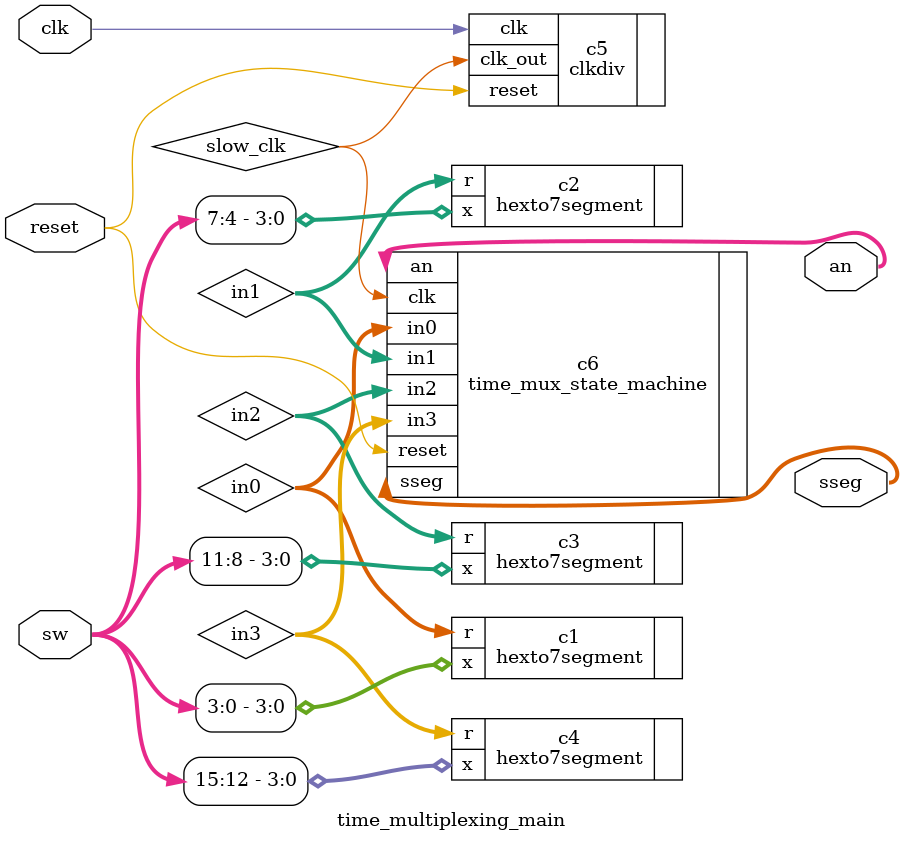
<source format=v>
`timescale 1ns / 1ps

module time_multiplexing_main(
    input clk,
    input reset,
    input [15:0] sw,
    output [3:0] an,
    output [6:0] sseg
    );
    
    wire [6:0] in0, in1, in2, in3;
    wire slow_clk;
    
    //Module instantiation of hexto7segment decoder
    hexto7segment c1 (.x(sw[3:0]), .r(in0));
    hexto7segment c2 (.x(sw[7:4]), .r(in1));
    hexto7segment c3 (.x(sw[11:8]), .r(in2));
    hexto7segment c4 (.x(sw[15:12]), .r(in3));
    
    //Mofule instantiation of the clock devider
    clkdiv c5 (.clk(clk), .reset(reset), .clk_out(slow_clk));
    
    time_mux_state_machine c6(
        .clk(slow_clk), 
        .reset(reset), 
        .in0(in0), 
        .in1(in1),
        .in2(in2), 
        .in3 (in3), 
        .an(an), 
        .sseg(sseg));
                                        
endmodule
</source>
